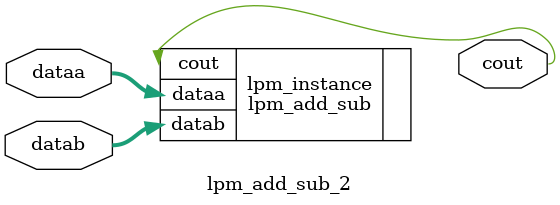
<source format=v>



module lpm_add_sub_2(dataa,datab,cout);
input [3:0] dataa;
input [3:0] datab;
output cout;

lpm_add_sub	lpm_instance(.dataa(dataa),.datab(datab),.cout(cout));
	defparam	lpm_instance.lpm_width = 4;

endmodule

</source>
